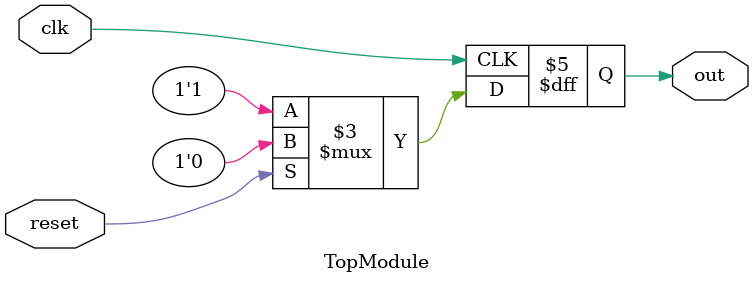
<source format=sv>
module TopModule (
    input logic clk,
    input logic reset,
    output logic out
);

    always @(posedge clk) begin
        if (reset) begin
            out <= 1'b0;
        end else begin
            out <= 1'b1;
        end
    end

endmodule
</source>
